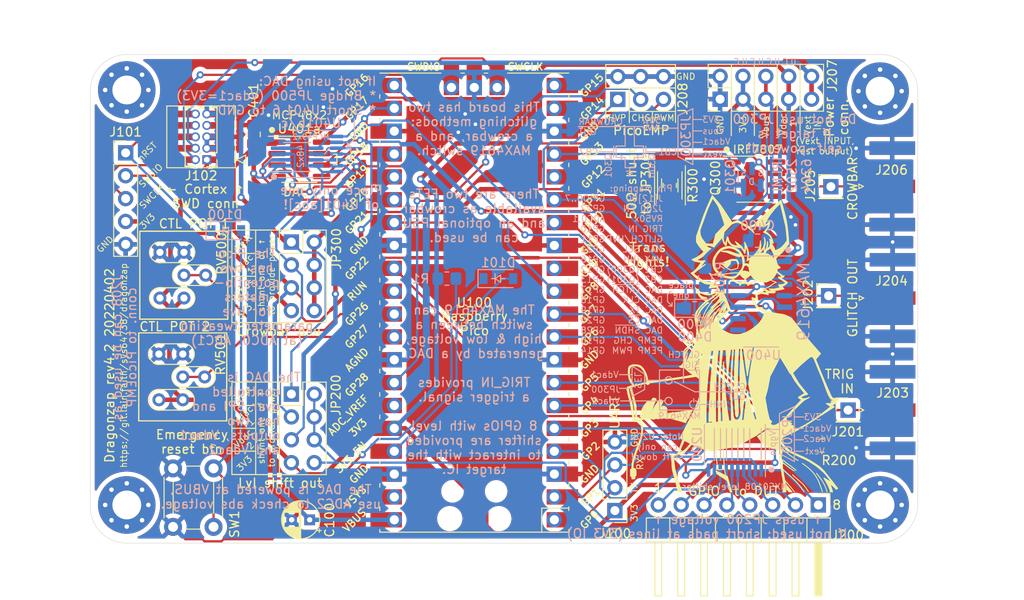
<source format=kicad_pcb>
(kicad_pcb (version 20211014) (generator pcbnew)

  (general
    (thickness 1.6)
  )

  (paper "A4")
  (title_block
    (rev "4")
  )

  (layers
    (0 "F.Cu" signal)
    (31 "B.Cu" signal)
    (32 "B.Adhes" user "B.Adhesive")
    (33 "F.Adhes" user "F.Adhesive")
    (34 "B.Paste" user)
    (35 "F.Paste" user)
    (36 "B.SilkS" user "B.Silkscreen")
    (37 "F.SilkS" user "F.Silkscreen")
    (38 "B.Mask" user)
    (39 "F.Mask" user)
    (40 "Dwgs.User" user "User.Drawings")
    (41 "Cmts.User" user "User.Comments")
    (42 "Eco1.User" user "User.Eco1")
    (43 "Eco2.User" user "User.Eco2")
    (44 "Edge.Cuts" user)
    (45 "Margin" user)
    (46 "B.CrtYd" user "B.Courtyard")
    (47 "F.CrtYd" user "F.Courtyard")
    (48 "B.Fab" user)
    (49 "F.Fab" user)
  )

  (setup
    (stackup
      (layer "F.SilkS" (type "Top Silk Screen"))
      (layer "F.Paste" (type "Top Solder Paste"))
      (layer "F.Mask" (type "Top Solder Mask") (thickness 0.01))
      (layer "F.Cu" (type "copper") (thickness 0.035))
      (layer "dielectric 1" (type "core") (thickness 1.51) (material "FR4") (epsilon_r 4.5) (loss_tangent 0.02))
      (layer "B.Cu" (type "copper") (thickness 0.035))
      (layer "B.Mask" (type "Bottom Solder Mask") (thickness 0.01))
      (layer "B.Paste" (type "Bottom Solder Paste"))
      (layer "B.SilkS" (type "Bottom Silk Screen"))
      (copper_finish "None")
      (dielectric_constraints no)
    )
    (pad_to_mask_clearance 0)
    (pcbplotparams
      (layerselection 0x00010fc_ffffffff)
      (disableapertmacros false)
      (usegerberextensions false)
      (usegerberattributes true)
      (usegerberadvancedattributes true)
      (creategerberjobfile true)
      (svguseinch false)
      (svgprecision 6)
      (excludeedgelayer true)
      (plotframeref false)
      (viasonmask false)
      (mode 1)
      (useauxorigin false)
      (hpglpennumber 1)
      (hpglpenspeed 20)
      (hpglpendiameter 15.000000)
      (dxfpolygonmode true)
      (dxfimperialunits true)
      (dxfusepcbnewfont true)
      (psnegative false)
      (psa4output false)
      (plotreference true)
      (plotvalue true)
      (plotinvisibletext false)
      (sketchpadsonfab false)
      (subtractmaskfromsilk false)
      (outputformat 1)
      (mirror false)
      (drillshape 0)
      (scaleselection 1)
      (outputdirectory "gerbers-rev4/")
    )
  )

  (net 0 "")
  (net 1 "GND")
  (net 2 "+3V3")
  (net 3 "+3.3VADC")
  (net 4 "Net-(D100-Pad1)")
  (net 5 "GPIO0")
  (net 6 "GPIO1")
  (net 7 "/controller/SWDIO")
  (net 8 "/controller/SWCLK")
  (net 9 "unconnected-(J102-Pad8)")
  (net 10 "unconnected-(J102-Pad7)")
  (net 11 "unconnected-(J102-Pad6)")
  (net 12 "Net-(J200-Pad1)")
  (net 13 "Net-(J200-Pad2)")
  (net 14 "TRIG_IN")
  (net 15 "GLITCH_OUT")
  (net 16 "Net-(J200-Pad3)")
  (net 17 "ADC0")
  (net 18 "ADC1")
  (net 19 "Net-(J200-Pad4)")
  (net 20 "Net-(J200-Pad5)")
  (net 21 "Net-(J200-Pad6)")
  (net 22 "VCC_EXT")
  (net 23 "DAC_HI")
  (net 24 "CB1_G")
  (net 25 "CB2_G")
  (net 26 "GPIO_EN")
  (net 27 "DAC_~{SHDN}")
  (net 28 "MAX_EN")
  (net 29 "GPIO2")
  (net 30 "GPIO3")
  (net 31 "GPIO4")
  (net 32 "GPIO5")
  (net 33 "GPIO6")
  (net 34 "GLITCH_SIG")
  (net 35 "GPIO7")
  (net 36 "unconnected-(U100-Pad12)")
  (net 37 "DAC_~{LD}")
  (net 38 "unconnected-(U100-Pad30)")
  (net 39 "DAC_CLK")
  (net 40 "DAC_TX")
  (net 41 "~{EMERG_SHDN}")
  (net 42 "unconnected-(U100-Pad39)")
  (net 43 "Net-(J200-Pad7)")
  (net 44 "DAC_LO")
  (net 45 "CROWBAR")
  (net 46 "/gpio/TAR_VCCIO")
  (net 47 "Net-(J200-Pad8)")
  (net 48 "DAC_~{CS}")
  (net 49 "PICOEMP_PWM")
  (net 50 "PICOEMP_CHG")
  (net 51 "VBUS")
  (net 52 "CB_VCC")
  (net 53 "Net-(D101-Pad2)")
  (net 54 "/vccout/INHIBIT")
  (net 55 "MAX_SW_A")
  (net 56 "/vccout/hi_sel")
  (net 57 "unconnected-(U401c1-Pad6)")
  (net 58 "unconnected-(U401c1-Pad7)")
  (net 59 "unconnected-(U401c1-Pad2)")
  (net 60 "unconnected-(U100-Pad20)")

  (footprint "Resistor_SMD:R_0805_2012Metric_Pad1.20x1.40mm_HandSolder" (layer "F.Cu") (at 135.128 87.179 90))

  (footprint "Connector_Coaxial:SMA_Amphenol_132289_EdgeMount" (layer "F.Cu") (at 159.845 87.287))

  (footprint "MountingHole:MountingHole_3.2mm_M3_Pad_Via" (layer "F.Cu") (at 158.496 122.682))

  (footprint "Connector_PinHeader_2.54mm:PinHeader_2x04_P2.54mm_Vertical" (layer "F.Cu") (at 93.091 93.472))

  (footprint "Connector_PinHeader_2.54mm:PinHeader_2x05_P2.54mm_Vertical" (layer "F.Cu") (at 140.721 77.602 90))

  (footprint "Connector_PinHeader_2.54mm:PinHeader_1x01_P2.54mm_Vertical" (layer "F.Cu") (at 152.776 99.441))

  (footprint "Resistor_SMD:R_2010_5025Metric_Pad1.40x2.65mm_HandSolder" (layer "F.Cu") (at 135.128 87.179 90))

  (footprint "chip-bo:Potentiometer_Bourns_3386U_Vertical" (layer "F.Cu") (at 81.026 110.998))

  (footprint "Connector_PinHeader_2.54mm:PinHeader_1x08_P2.54mm_Horizontal" (layer "F.Cu") (at 151.638 122.682 -90))

  (footprint "Connector_PinHeader_2.54mm:PinHeader_2x04_P2.54mm_Vertical" (layer "F.Cu") (at 93.091 110.363))

  (footprint "Potentiometer_THT:Potentiometer_Bourns_3386F_Vertical" (layer "F.Cu") (at 78.486 99.695))

  (footprint "Connector_PinHeader_2.54mm:PinHeader_1x01_P2.54mm_Vertical" (layer "F.Cu") (at 153.03 87.317))

  (footprint "Resistor_SMD:R_0805_2012Metric_Pad1.20x1.40mm_HandSolder" (layer "F.Cu") (at 152.035 116.078 180))

  (footprint "MCU_RaspberryPi_and_Boards:RPi_Pico_SMD_TH" (layer "F.Cu") (at 113.411 100.203 180))

  (footprint "Connector_PinHeader_1.27mm:PinHeader_2x05_P1.27mm_Vertical" (layer "F.Cu") (at 83.694 84.326 180))

  (footprint "lethalbit-connectors:FTSH-105-01-L-DV-K-TR" (layer "F.Cu") (at 83.059 81.786 90))

  (footprint "Potentiometer_THT:Potentiometer_Bourns_3386F_Vertical" (layer "F.Cu") (at 78.371 110.998))

  (footprint "Resistor_SMD:R_2512_6332Metric_Pad1.40x3.35mm_HandSolder" (layer "F.Cu") (at 135.15 87.179 90))

  (footprint "chip-bo:Potentiometer_Bourns_3386U_Vertical" (layer "F.Cu") (at 81.153 99.695))

  (footprint "Capacitor_SMD:C_0805_2012Metric_Pad1.18x1.45mm_HandSolder" (layer "F.Cu") (at 88.9 81.5125 -90))

  (footprint "Capacitor_THT:CP_Radial_D4.0mm_P2.00mm" (layer "F.Cu") (at 95.123 124.333 180))

  (footprint "Resistor_SMD:R_1206_3216Metric_Pad1.30x1.75mm_HandSolder" (layer "F.Cu") (at 135.128 87.179 90))

  (footprint "MountingHole:MountingHole_3.2mm_M3_Pad_Via" (layer "F.Cu") (at 158.496 76.708))

  (footprint "Connector_PinHeader_2.54mm:PinHeader_1x01_P2.54mm_Vertical" (layer "F.Cu") (at 154.94 112.141))

  (footprint "graphics:xenia" (layer "F.Cu")
    (tedit 61C154B6) (tstamp baf18278-d51c-443e-9972-c8c9ba5d7493)
    (at 143.4789 104.902)
    (attr through_hole)
    (fp_text reference "XENIA" (at 0 0.5) (layer "F.SilkS") hide
      (effects (font (size 1 1) (thickness 0.15)))
      (tstamp 2ab096f1-5e2e-4948-88f7-ee80da352ce9)
    )
    (fp_text value "xenia" (at 0 -0.5) (layer "F.Fab")
      (effects (font (size 1 1) (thickness 0.15)))
      (tstamp fc47ad18-c916-4f04-8460-6a5fb9138c7e)
    )
    (fp_line (start -0.087449 -8.809657) (end 0.146027 -8.894909) (layer "F.SilkS") (width 0.1) (tstamp 00486478-893b-425b-a5bc-a7e44ca55943))
    (fp_line (start 2.120427 -10.202538) (end 2.241183 -10.185531) (layer "F.SilkS") (width 0.1) (tstamp 0234d303-1347-4357-9ac8-112e8e6ab5f3))
    (fp_line (start 4.330047 -6.234346) (end 4.089216 -6.498479) (layer "F.SilkS") (width 0.1) (tstamp 02d5be24-1036-4d78-b8b7-1b443d15e7c8))
    (fp_line (start 3.24756 9.045381) (end 3.4801 8.89316) (layer "F.SilkS") (width 0.1) (tstamp 0453b7e4-e0e7-4cb5-8648-bec6a813bdeb))
    (fp_line (start 0.260403 -6.891084) (end -0.332851 -6.886832) (layer "F.SilkS") (width 0.1) (tstamp 069f3316-bcd2-4604-a333-7165193738be))
    (fp_line (start -3.758068 -6.759273) (end -3.963863 -6.339774) (layer "F.SilkS") (width 0.1) (tstamp 087708f1-e1e9-4263-81e5-92e875871b86))
    (fp_line (start -9.297786 4.012324) (end -10.724534 4.222797) (layer "F.SilkS") (width 0.1) (tstamp 088a5abf-5280-4acd-9be5-182deee4161f))
    (fp_line (start 0.359176 -6.835298) (end 0.320909 -6.836064) (layer "F.SilkS") (width 0.1) (tstamp 09ddd339-86e0-4167-9e67-6513769a8304))
    (fp_line (start -11.079063 8.253324) (end -11.346087 8.129166) (layer "F.SilkS") (width 0.1) (tstamp 0a1dbe60-6997-4f4e-b4aa-4ec0085281f7))
    (fp_line (start 0.636957 -7.835127) (end 0.567013 -8.025403) (layer "F.SilkS") (width 0.1) (tstamp 0a9d52bd-4852-44a8-82f7-f0b2e974bf90))
    (fp_line (start 0.978307 -7.395325) (end 1.596288 -7.079446) (layer "F.SilkS") (width 0.1) (tstamp 0b28e9dc-79a6-45c1-9c4d-325ada2cc88d))
    (fp_line (start -0.023841 -7.012478) (end 0.260403 -6.891084) (layer "F.SilkS") (width 0.1) (tstamp 0b379b3e-c12a-4629-a430-1567b828b4a9))
    (fp_line (start -4.650002 0.989642) (end -3.764935 0.613726) (layer "F.SilkS") (width 0.1) (tstamp 0f956713-c3d9-4b4c-8b52-a74d6d57ce5b))
    (fp_line (start -0.40371 -6.811827) (end 0.321759 -6.836064) (layer "F.SilkS") (width 0.1) (tstamp 10fd1d94-746f-466c-84a0-aa85c04b7684))
    (fp_line (start 3.479802 11.455544) (end 3.948093 11.551703) (layer "F.SilkS") (width 0.1) (tstamp 1164e296-14e5-4a5e-b2f3-44f1d36e7550))
    (fp_line (start 2.98583 -11.581707) (end 2.741129 -11.748809) (layer "F.SilkS") (width 0.1) (tstamp 12ec9af5-fae0-487c-9f32-ec0f72c4cf1f))
    (fp_line (start -4.381109 -11.064391) (end -4.310739 -11.182596) (layer "F.SilkS") (width 0.1) (tstamp 13666fea-91c0-4fec-bb70-a04cdbcf337e))
    (fp_line (start -0.404795 0.395004) (end -0.462196 0.395218) (layer "F.SilkS") (width 0.1) (tstamp 1399d9fd-892e-4c6d-94d4-e65f4b8d90fb))
    (fp_line (start -1.858607 -3.896465) (end -3.018353 -2.837788) (layer "F.SilkS") (width 0.1) (tstamp 14127424-0f91-4793-8a8a-36511132b3fd))
    (fp_line (start -3.250381 11.652943) (end -2.433578 11.510927) (layer "F.SilkS") (width 0.1) (tstamp 1485f998-b07f-4385-8f35-cac19f2827b9))
    (fp_line (start -8.886174 7.308196) (end -8.901056 7.197645) (layer "F.SilkS") (width 0.1) (tstamp 156d07b6-f60e-459b-b98a-29b8c699efdc))
    (fp_line (start -12.551074 13.779714) (end -12.706696 13.860076) (layer "F.SilkS") (width 0.1) (tstamp 16a71bba-04ef-4283-a06b-f6e9ba8ea3c4))
    (fp_line (start -5.127987 3.687899) (end -5.047837 3.724891) (layer "F.SilkS") (width 0.1) (tstamp 16ec19e3-7b49-453e-80e4-246815f99f56))
    (fp_line (start 0.998035 -5.007568) (end 1.417534 -4.961009) (layer "F.SilkS") (width 0.1) (tstamp 18457aad-4f9d-4c40-a5cc-fb25084ce7be))
    (fp_line (start -5.027428 3.476363) (end -5.115231 3.542269) (layer "F.SilkS") (width 0.1) (tstamp 185cec19-d583-42a6-bbf6-9e4403a7b0ce))
    (fp_line (start -6.740291 2.002993) (end -6.697559 1.323252) (layer "F.SilkS") (width 0.1) (tstamp 19b8a416-d457-47c0-a7b0-da25cad6c5a1))
    (fp_line (start -0.007897 -7.388394) (end -0.050628 -7.071368) (layer "F.SilkS") (width 0.1) (tstamp 1c4a967a-d9ff-4163-bb2a-95ccc3501bb3))
    (fp_line (start -0.670522 -6.851881) (end -0.53786 -6.616024) (layer "F.SilkS") (width 0.1) (tstamp 1c5c7e2f-94b3-4b5e-b4ad-c0a6563fc67e))
    (fp_line (start -10.908538 4.337111) (end -10.835617 4.409819) (layer "F.SilkS") (width 0.1) (tstamp 1e0ba953-460b-4ddb-ba5b-e01c556e61f7))
    (fp_line (start 4.90149 16.307955) (end 5.210438 16.322837) (layer "F.SilkS") (width 0.1) (tstamp 1f5d8d4c-52db-4d4d-99bb-fd209dbbc195))
    (fp_line (start -1.262672 0.453299) (end -1.363656 0.468181) (layer "F.SilkS") (width 0.1) (tstamp 1f69b1f6-9fed-42d7-9e08-09f288c476bc))
    (fp_line (start 2.998458 8.928026) (end 2.798403 8.735837) (layer "F.SilkS") (width 0.1) (tstamp 1fb3f6bd-66d7-4a74-a144-ae01112ff895))
    (fp_line (start -2.982169 0.583537) (end -2.699243 0.577159) (layer "F.SilkS") (width 0.1) (tstamp 20a0f469-5ae6-4e36-8ff6-79100ece3f30))
    (fp_line (start 0.566716 -8.025531) (end 0.636661 -7.835255) (layer "F.SilkS") (width 0.1) (tstamp 21a2e357-9ad7-4e55-9783-020864723576))
    (fp_line (start -2.922258 -2.660056) (end -1.647369 -3.924825) (layer "F.SilkS") (width 0.1) (tstamp 23781219-648c-45af-8566-464b78a6f9ff))
    (fp_line (start -0.590372 -6.842654) (end -0.464088 -6.840528) (layer "F.SilkS") (width 0.1) (tstamp 23b5355a-334f-4bc1-a3a3-bcd5e8aabe03))
    (fp_line (start -0.271007 -9.616787) (end -0.136007 -9.641874) (layer "F.SilkS") (width 0.1) (tstamp 23f55bc5-218f-4c81-bcc4-297aa64fa0b2))
    (fp_line (start 7.736937 1.655947) (end 7.847488 1.605774) (layer "F.SilkS") (width 0.1) (tstamp 252382df-08a7-4b0b-8609-1072db1e998e))
    (fp_line (start -1.871555 -11.918931) (end -1.940225 -12.001419) (layer "F.SilkS") (width 0.1) (tstamp 2566906f-dee1-4d49-aa89-42683ad37200))
    (fp_line (start -2.231462 -13.327246) (end -3.235395 -12.265232) (layer "F.SilkS") (width 0.1) (tstamp 25b94296-ce9e-441c-ba5a-3999d9179a7f))
    (fp_line (start 4.695249 -11.592294) (end 4.867028 -11.229431) (layer "F.SilkS") (width 0.1) (tstamp 2609c5fc-6f5a-49bd-a40b-c12eaada5a92))
    (fp_line (start 4.588609 8.485737) (end 4.879742 8.498492) (layer "F.SilkS") (width 0.1) (tstamp 275e3c89-0d83-4a85-9571-5807c3e775e6))
    (fp_line (start 1.219052 9.973394) (end 1.334493 9.873048) (layer "F.SilkS") (width 0.1) (tstamp 276b13d7-0a57-419c-8da2-e837b16f8ff4))
    (fp_line (start 0.832973 -5.261113) (end 0.774721 -5.194995) (layer "F.SilkS") (width 0.1) (tstamp 27f73be5-5b6d-4dcd-9c2b-08178b3c0f10))
    (fp_line (start 3.878467 -6.660457) (end 3.824042 -6.69915) (layer "F.SilkS") (width 0.1) (tstamp 284e6dc9-3ac5-4cda-bd41-857fb98d4679))
    (fp_line (start -4.421864 -8.927692) (end -5.015118 -8.576139) (layer "F.SilkS") (width 0.1) (tstamp 28797dd3-5c25-40ea-9029-91b4bdf67bc8))
    (fp_line (start -6.053407 10.967866) (end -5.922871 11.018039) (layer "F.SilkS") (width 0.1) (tstamp 28d5ed17-1bf9-4c62-b49a-5fe63f5fcad7))
    (fp_line (start -3.125587 -6.648084) (end -3.692013 -6.537745) (layer "F.SilkS") (width 0.1) (tstamp 292a37f1-a8d7-4049-8d9e-d154cb6269d5))
    (fp_line (start -3.963863 -6.339774) (end -3.148187 -6.432892) (layer "F.SilkS") (width 0.1) (tstamp 29d26dd1-1c9b-4097-8348-63ab0c86a559))
    (fp_line (start -0.136007 -9.641597) (end -0.271007 -9.616511) (layer "F.SilkS") (width 0.1) (tstamp 2b1d77fe-f78d-4ff8-b505-0f28f2dbc7c6))
    (fp_line (start -2.567432 -10.399893) (end -2.567432 -10.400064) (layer "F.SilkS") (width 0.1) (tstamp 2d8c2e79-0ca6-4cac-bd97-7ed59984e6ca))
    (fp_line (start -3.612693 8.448277) (end -3.623323 8.650245) (layer "F.SilkS") (width 0.1) (tstamp 2db2a178-64e5-43fc-91c6-f6bb623ee10e))
    (fp_line (start 0.831253 0.253265) (end 1.081438 0.212021) (layer "F.SilkS") (width 0.1) (tstamp 2e9befe8-1ba6-44c4-8c0c-2f6b67d813e8))
    (fp_line (start -2.265074 13.818492) (end -2.151546 14.500359) (layer "F.SilkS") (width 0.1) (tstamp 2f15d41d-727f-4089-af4d-eed812228f8d))
    (fp_line (start -3.465554 0.613726) (end -2.982169 0.583537) (layer "F.SilkS") (width 0.1) (tstamp 2f4fca68-ad3d-42af-a65a-2dfd84c64f23))
    (fp_line (start 3.824042 -6.69915) (end 3.76579 -6.598166) (layer "F.SilkS") (width 0.1) (tstamp 2f8fab55-05ca-4686-80f5-c3c168b9b405))
    (fp_line (start 3.802463 11.057008) (end 4.193772 10.248454) (layer "F.SilkS") (width 0.1) (tstamp 2fa1b765-b805-47fc-bf33-7549704c7989))
    (fp_line (start 4.525042 15.474081) (end 4.581806 15.914436) (layer "F.SilkS") (width 0.1) (tstamp 318e2232-f227-48be-bc7e-28bc039cbe1a))
    (fp_line (start 0.320909 -6.836064) (end 0.323034 -6.596465) (layer "F.SilkS") (width 0.1) (tstamp 31dcfa14-92b3-40c0-9b7e-3e11dc0058e1))
    (fp_line (start -1.479203 -7.201053) (end -1.470699 -7.127281) (layer "F.SilkS") (width 0.1) (tstamp 321f985d-c802-49a4-b839-d957d45e8880))
    (fp_line (start -2.768188 -9.031568) (end -2.728921 -9.000571) (layer "F.SilkS") (width 0.1) (tstamp 328d1402-4958-47d2-b0f1-71018e3fb92d))
    (fp_line (start -0.523191 -6.729339) (end -0.516813 -6.620064) (layer "F.SilkS") (width 0.1) (tstamp 32e61bfc-d546-4722-ac49-cbb99c79a789))
    (fp_line (start -4.310717 -11.182319) (end -4.381087 -11.064115) (layer "F.SilkS") (width 0.1) (tstamp 3333a437-094a-4126-981c-1a90640c11d7))
    (fp_line (start -0.53786 -6.616024) (end -0.522978 -6.728701) (layer "F.SilkS") (width 0.1) (tstamp 33ea8dc4-877d-4756-9eec-56ecc269d0d6))
    (fp_line (start -2.42565 8.523069) (end -2.710361 8.529447) (layer "F.SilkS") (width 0.1) (tstamp 351d5969-2e3a-436e-a584-701985869a16))
    (fp_line (start -3.548467 -11.102808) (end -3.680278 -11.20443) (layer "F.SilkS") (width 0.1) (tstamp 36bf2b67-6c66-4f57-9dcc-180452d3e2dc))
    (fp_line (start -10.667452 4.294378) (end -10.705294 4.290126) (layer "F.SilkS") (width 0.1) (tstamp 38dc9787-3773-4a65-9eac-77f34d6df8dc))
    (fp_line (start -12.671829 14.588332) (end -12.551286 14.590458) (layer "F.SilkS") (width 0.1) (tstamp 3949f8f3-4972-460a-90a0-6906b5d7ca76))
    (fp_line (start 3.981279 10.706561) (end 3.921327 10.860227) (layer "F.SilkS") (width 0.1) (tstamp 3b861d3c-b38d-4322-b67b-d95ab0619cc6))
    (fp_line (start 9.914625 6.87845) (end 9.630849 6.725166) (layer "F.SilkS") (width 0.1) (tstamp 3bf5a303-d45e-4366-b8e2-9eef9aa4ea37))
    (fp_line (start -1.955062 14.629087) (end -1.482966 16.326622) (layer "F.SilkS") (width 0.1) (tstamp 3d234cf4-d2a0-4b1e-b0ed-33b40ca1bbce))
    (fp_line (start -2.482371 0.53921) (end -2.699349 0.578328) (layer "F.SilkS") (width 0.1) (tstamp 3d6a7394-0229-439d-98ea-24fb7b7d0870))
    (fp_line (start -5.819251 -0.058596) (end -5.782259 -0.164257) (layer "F.SilkS") (width 0.1) (tstamp 3ecd5e71-045c-45dd-959d-3e97c8e33089))
    (fp_line (start -3.785279 -2.270788) (end -4.94377 -1.700982) (layer "F.SilkS") (width 0.1) (tstamp 3f60471a-e684-4c40-916a-dc05757982ce))
    (fp_line (start 3.76579 -6.598166) (end 3.956065 -6.349596) (layer "F.SilkS") (width 0.1) (tstamp 3f775266-cc7f-49e6-b89d-e69ba5f3895e))
    (fp_line (start 3.761942 -7.448985) (end 4.562098 -6.916851) (layer "F.SilkS") (width 0.1) (tstamp 401fc27b-55c2-4d17-b7a9-17271cdee251))
    (fp_line (start -3.619092 -4.014223) (end -4.053048 -3.440186) (layer "F.SilkS") (width 0.1) (tstamp 41e173df-b769-4562-86b0-af2aff66057d))
    (fp_line (start 0.321759 -6.836064) (end 0.360027 -6.835298) (layer "F.SilkS") (width 0.1) (tstamp 43797be8-9d42-485f-bc6b-0544d45927b2))
    (fp_line (start 10.256122 6.014427) (end 10.165768 5.934065) (layer "F.SilkS") (width 0.1) (tstamp 4459b91b-d937-4427-a170-e7027c4df452))
    (fp_line (start -1.482966 16.326622) (end -1.613502 16.326622) (layer "F.SilkS") (width 0.1) (tstamp 46605a33-9342-4627-adea-08a0c3dd1775))
    (fp_line (start -2.364145 -5.272232) (end -2.325452 -5.192508) (layer "F.SilkS") (width 0.1) (tstamp 47476406-4d27-4820-aefe-eb91485cd792))
    (fp_line (start -1.200487 -7.170056) (end -1.200487 -7.170056) (layer "F.SilkS") (width 0.1) (tstamp 47bd3e42-5e60-4145-b4ff-ba2ead23635e))
    (fp_line (start -10.724534 4.222797) (end -10.772326 4.101105) (layer "F.SilkS") (width 0.1) (tstamp 487c4890-ae05-4d1e-8757-f717bdd9f770))
    (fp_line (start -1.29977 -7.131533) (end -0.950173 -6.910133) (layer "F.SilkS") (width 0.1) (tstamp 48f5ac3f-19ad-4208-9449-373c6d6bed43))
    (fp_line (start -0.419655 -9.922015) (end -0.584419 -9.95518) (layer "F.SilkS") (width 0.1) (tstamp 499f0043-d011-4c69-b76f-552cc2e709c0))
    (fp_line (start -10.859577 4.243461) (end -10.870207 4.151406) (layer "F.SilkS") (width 0.1) (tstamp 4b724a58-7782-4fb0-85bb-73cee8bfacec))
    (fp_line (start -3.623323 8.650245) (end -4.324302 8.722316) (layer "F.SilkS") (width 0.1) (tstamp 4c7ee18f-1e28-4990-b358-0d20ba5f3a19))
    (fp_line (start 2.278047 -6.178114) (end 2.254661 -6.053744) (layer "F.SilkS") (width 0.1) (tstamp 4cd7b6b4-85c9-4884-8f10-e79b6ed8c90b))
    (fp_line (start -10.857408 4.242058) (end -10.859577 4.243461) (layer "F.SilkS") (width 0.1) (tstamp 4cf1650d-f012-4b15-ad31-a94564f120f8))
    (fp_line (start 0.636661 -7.835255) (end 0.978307 -7.395325) (layer "F.SilkS") (width 0.1) (tstamp 4d1172a0-a1e6-4e5d-b676-3dfbdc70f814))
    (fp_line (start 4.368889 -7.671512) (end 4.228999 -7.648126) (layer "F.SilkS") (width 0.1) (tstamp 4ea04a5a-7a78-43fb-87d5-86eb2afcea5f))
    (fp_line (start 10.027621 6.192797) (end 10.256122 6.014427) (layer "F.SilkS") (width 0.1) (tstamp 51b18456-8852-4cce-ad37-628dd1c4103a))
    (fp_line (start 0.975627 -7.108827) (end 0.990509 -7.046749) (layer "F.SilkS") (width 0.1) (tstamp 52064152-4b25-4796-8ab1-2e49f3df562c))
    (fp_line (start 5.077543 8.647949) (end 4.922346 8.701524) (layer "F.SilkS") (width 0.1) (tstamp 53bc95a0-a6b5-4bd3-8806-205d384c6e1c))
    (fp_line (start -2.943709 -5.906668) (end -2.916242 -5.843484) (layer "F.SilkS") (width 0.1) (tstamp 54c05bf1-249d-4ed0-aee6-f8cef4715275))
    (fp_line (start 4.587334 8.28802) (end 4.484224 8.388366) (layer "F.SilkS") (width 0.1) (tstamp 54d05816-bdfa-450b-939f-fffbc2d3c01c))
    (fp_line (start -3.764935 0.613726) (end -3.465554 0.613726) (layer "F.SilkS") (width 0.1) (tstamp 56614d25-92fe-4928-ba13-f50ff5bf48ed))
    (fp_line (start 5.210438 16.322837) (end 4.525042 15.474081) (layer "F.SilkS") (width 0.1) (tstamp 57d20178-cd72-4cdf-a6b0-742aea76d37b))
    (fp_line (start -0.446932 -6.922464) (end -0.749927 -6.933093) (layer "F.SilkS") (width 0.1) (tstamp 58166378-73e4-4c77-abf1-b61da426c963))
    (fp_line (start -7.002722 16.306531) (end -7.404278 16.31157) (layer "F.SilkS") (width 0.1) (tstamp 5964804a-9ffe-4905-9f1b-c960fc5465a3))
    (fp_line (start -8.901056 7.197645) (end -8.941025 7.197645) (layer "F.SilkS") (width 0.1) (tstamp 59f58cc4-3f08-4913-804c-7831fc56d6da))
    (fp_line (start 1.092131 -7.182599) (end 0.975627 -7.108827) (layer "F.SilkS") (width 0.1) (tstamp 5ac91684-976e-43dc-b66d-88fa3cf7602b))
    (fp_line (start 7.847488 1.605774) (end 8.38802 0.97155) (layer "F.SilkS") (width 0.1) (tstamp 5c52001a-44b6-4827-8867-9a065693af27))
    (fp_line (start 5.416744 9.020209) (end 5.234122 9.134162) (layer "F.SilkS") (width 0.1) (tstamp 5c5e0318-a0e1-4f94-8225-4bad5445ea6d))
    (fp_line (start 9.500845 16.316587) (end 9.731897 16.316587) (layer "F.SilkS") (width 0.1) (tstamp 5cdfe313-8605-4373-9a45-7b9f1b58e8c5))
    (fp_line (start -12.612153 4.669636) (end -12.765862 4.730652) (layer "F.SilkS") (width 0.1) (tstamp 5d6e084a-605f-4d05-bcd6-23a747bd3e0e))
    (fp_line (start -5.125052 3.690641) (end -5.114422 3.531405) (layer "F.SilkS") (width 0.1) (tstamp 5e0252fd-2729-4e36-b2cc-c7766dba6189))
    (fp_line (start -12.765862 4.730652) (end -12.281945 6.716322) (layer "F.SilkS") (width 0.1) (tstamp 5e807c14-eb72-4699-ac5c-0e22b3b90689))
    (fp_line (start -3.415423 -5.326615) (end -3.508541 -5.332993) (layer "F.SilkS") (width 0.1) (tstamp 5ef3d067-71f0-41ac-ba39-98068649edc9))
    (fp_line (start -3.680278 -11.20443) (end -4.310717 -11.182319) (layer "F.SilkS") (width 0.1) (tstamp 600a3b4b-ae4b-4461-b5a0-b102a630e6e4))
    (fp_line (start -0.516813 -6.620064) (end -0.40371 -6.811827) (layer "F.SilkS") (width 0.1) (tstamp 606c3e55-7d61-412d-adac-41bf5f1f1a73))
    (fp_line (start -3.763999 0.614406) (end -4.65096 0.989557) (layer "F.SilkS") (width 0.1) (tstamp 61bd4437-060d-40c1-add9-cb29405c70c7))
    (fp_line (start -12.324316 14.531951) (end -12.328568 14.687573) (layer "F.SilkS") (width 0.1) (tstamp 61d9b81b-8499-4933-91ed-7a8972810007))
    (fp_line (start -6.730724 2.520138) (end -6.790889 2.401721) (layer "F.SilkS") (width 0.1) (tstamp 62b6ceae-4979-4c7f-9abb-9d942b9ab846))
    (fp_line (start -0.023819 -7.012265) (end -0.050733 -7.071495) (layer "F.SilkS") (width 0.1) (tstamp 633ad3b8-63c2-4a66-ba43-ec1b2327d590))
    (fp_line (start 2.575111 -5.582519) (end 2.566607 -5.800008) (layer "F.SilkS") (width 0.1) (tstamp 6349601a-3c16-49a3-9c53-44ba3301fa17))
    (fp_line (start -12.123177 8.513863) (end -11.715753 8.379501) (layer "F.SilkS") (width 0.1) (tstamp 634c972d-457b-4606-97bd-158cc6774626))
    (fp_line (start -1.200487 -7.170056) (end -1.189857 -7.253607) (layer "F.SilkS") (width 0.1) (tstamp 644c1aa7-bb47-43ff-9985-f1193c633b37))
    (fp_line (start -0.097144 8.381542) (end -0.383216 8.400676) (layer "F.SilkS") (width 0.1) (tstamp 64d7714a-7974-44e3-aea4-f93dec72bbab))
    (fp_line (start -2.982275 0.584047) (end -3.46566 0.614236) (layer "F.SilkS") (width 0.1) (tstamp 65672bfe-b9ee-41a0-973c-1f20f79e074b))
    (fp_line (start -0.522978 -6.728701) (end -0.590372 -6.842654) (layer "F.SilkS") (width 0.1) (tstamp 66ae6362-5d73-429e-895c-b93ac4034e8b))
    (fp_line (start -2.922257 -2.659503) (end -3.018352 -2.837236) (layer "F.SilkS") (width 0.1) (tstamp 67696688-aeb4-4c05-bfdd-17ff57e0fa8a))
    (fp_line (start 4.463814 8.29865) (end 4.587334 8.28802) (layer "F.SilkS") (width 0.1) (tstamp 6adb7440-4967-4c53-ab45-3e8efe9276db))
    (fp_line (start -0.552019 -7.920528) (end -0.353877 -8.180791) (layer "F.SilkS") (width 0.1) (tstamp 6b210527-4628-4b35-bcc0-57c051da3023))
    (fp_line (start 1.550897 -10.19699) (end 1.669101 -10.238234) (layer "F.SilkS") (width 0.1) (tstamp 6f6d94a2-ff06-468f-93cb-7d1121493be0))
    (fp_line (start 5.099335 3.181341) (end 5.269838 3.103317) (layer "F.SilkS") (width 0.1) (tstamp 6faf2824-be38-492e-a01b-4c105834407a))
    (fp_line (start -4.244621 -5.197036) (end -4.324345 -5.268894) (layer "F.SilkS") (width 0.1) (tstamp 6fe73f15-5d69-4a4e-893e-03eb09e9b7d7))
    (fp_line (start 1.655283 -10.326037) (end 1.550897 -10.19699) (layer "F.SilkS") (width 0.1) (tstamp 71407632-595c-426e-b6ae-4fb2a403e147))
    (fp_line (start 1.551599 -10.196373) (end 1.654071 -10.325909) (layer "F.SilkS") (width 0.1) (tstamp 71e17ce2-3f5c-4367-9839-08c5c57f36de))
    (fp_line (start -10.85964 4.243567) (end -10.851137 4.309473) (layer "F.SilkS") (width 0.1) (tstamp 7222796c-3f24-42f8-95ec-33d97cdbe82f))
    (fp_line (start -10.870207 4.151406) (end -12.356801 4.505467) (layer "F.SilkS") (width 0.1) (tstamp 7332bdd2-7696-49e9-b942-e09fe05346ae))
    (fp_line (start -12.555538 14.874192) (end -12.244166 14.849105) (layer "F.SilkS") (width 0.1) (tstamp 73bf2484-d5f9-4ce1-ab83-d710b7907529))
    (fp_line (start -0.050628 -7.071368) (end -0.023841 -7.012478) (layer "F.SilkS") (width 0.1) (tstamp 75ebcaaf-8f91-4bce-95da-35daf284b36b))
    (fp_line (start -2.023604 -4.398792) (end -2.056557 -4.497672) (layer "F.SilkS") (width 0.1) (tstamp 76bcc96a-79c2-4aa1-a653-745cf373720e))
    (fp_line (start 0.360027 -6.835298) (end 0.467176 -6.79129) (layer "F.SilkS") (width 0.1) (tstamp 7879fd6d-8523-40e9-ac87-65ed2628002c))
    (fp_line (start 3.26967 -5.791504) (end 3.374481 -5.900354) (layer "F.SilkS") (width 0.1) (tstamp 78c24dc1-6743-421c-b77c-2fe33b473e4c))
    (fp_line (start -1.470699 -7.127281) (end -1.29977 -7.131533) (layer "F.SilkS") (width 0.1) (tstamp 7923463f-888c-4fc0-b98f-03078496b1b6))
    (fp_line (start 1.596288 -7.079446) (end 2.337853 -6.991643) (layer "F.SilkS") (width 0.1) (tstamp 7a78aae9-59d5-44fd-a5a4-d12a5851aac3))
    (fp_line (start -6.744393 10.596839) (end -5.920744 11.018719) (layer "F.SilkS") (width 0.1) (tstamp 7af554a0-1aea-4bf6-b62d-f529a38d9de6))
    (fp_line (start 3.74706 -7.542316) (end 3.761942 -7.448985) (layer "F.SilkS") (width 0.1) (tstamp 7d46158a-6f68-4d38-be89-e25c900413e7))
    (fp_line (start 3.948093 11.551703) (end 3.802463 11.057008) (layer "F.SilkS") (width 0.1) (tstamp 7f1cd457-f3e0-4118-9041-74f0c4e433d8))
    (fp_line (start 3.952132 10.372397) (end 3.479802 11.455544) (layer "F.SilkS") (width 0.1) (tstamp 7f25c6dd-2bd2-4dba-b030-ccbee8cc0425))
    (fp_line (start 4.867007 -11.229325) (end 4.695227 -11.592231) (layer "F.SilkS") (width 0.1) (tstamp 801e609c-68c5-4efc-a779-888769f67fd8))
    (fp_line (start 9.552655 6.270651) (end 9.957527 6.281281) (layer "F.SilkS") (width 0.1) (tstamp 816dc656-ef63-4b7e-ba23-93c421a09dd9))
    (fp_line (start -10.835617 4.409819) (end -10.692538 4.354544) (layer "F.SilkS") (width 0.1) (tstamp 81a6647b-fb92-470f-859a-839cff2bfa41))
    (fp_line (start -2.265074 13.81847) (end -2.435578 11.510119) (layer "F.SilkS") (width 0.1) (tstamp 823a9a53-cb4b-4f57-9558-1ba1cf975f33))
    (fp_line (start 5.09942 3.182085) (end 5.099335 3.181341) (layer "F.SilkS") (width 0.1) (tstamp 832a8494-eaf2-41bb-a79b-9bd3869ba972))
    (fp_line (start -2.839558 -5.555073) (end -2.839345 -5.555094) (layer "F.SilkS") (width 0.1) (tstamp 84ce0be5-0412-4bdd-83e3-854a7a710ced))
    (fp_line (start -2.790809 -5.240427) (end -2.57719 -5.718179) (layer "F.SilkS") (width 0.1) (tstamp 84d2254b-f203-44d6-b45c-79b312eb19ef))
    (fp_line (start -3.983039 8.479741) (end -3.612693 8.448277) (layer "F.SilkS") (width 0.1) (tstamp 881ba6c1-962a-43e8-acdf-1c75a4cb2656))
    (fp_line (start 2.911548 -11.493032) (end 3.13129 -11.295316) (layer "F.SilkS") (width 0.1) (tstamp 8b34cb3e-4808-4723-abeb-99f377bbe23f))
    (fp_line (start -0.578892 -9.823156) (end -0.419655 -9.922015) (layer "F.SilkS") (width 0.1) (tstamp 8b609dc3-d402-489e-93c7-a8286dd10662))
    (fp_line (start -3.013421 -6.014668) (end -3.06859 -6.173224) (layer "F.SilkS") (width 0.1) (tstamp 902a411f-6335-4f06-8cf1-f0ed80a2cb8a))
    (fp_line (start -0.332851 -6.886832) (end -0.023819 -7.012265) (layer "F.SilkS") (width 0.1) (tstamp 910b5ca3-160a-4289-ac0e-edddfbb8cc23))
    (fp_line (start 4.879742 8.498492) (end 4.786411 8.608406) (layer "F.SilkS") (width 0.1) (tstamp 92425964-3db1-4a0a-86ee-ecbd90311ff8))
    (fp_line (start -2.68655 -9.085993) (end -2.768188 -9.031568) (layer "F.SilkS") (width 0.1) (tstamp 92f206ba-0b74-4aff-a139-97255e30fd4b))
    (fp_line (start -2.699243 0.577159) (end -2.482265 0.538041) (layer "F.SilkS") (width 0.1) (tstamp 9374eae1-1721-491f-8000-bfbbb5c8d606))
    (fp_line (start 5.423717 9.377374) (end 5.570623 9.455611) (layer "F.SilkS") (width 0.1) (tstamp 946a8f93-f8a6-49ed-be65-22cf14da1914))
    (fp_line (start -10.705294 4.290126) (end -10.773113 4.101764) (layer "F.SilkS") (width 0.1) (tstamp 96b8b711-f40d-4aae-a044-c048034ee1fe))
    (fp_line (start 3.55787 -8.163018) (end 3.585933 -8.535108) (layer "F.SilkS") (width 0.1) (tstamp 97eaa1e2-9166-4553-a1d6-ea99a7ba73fb))
    (fp_line (start -2.093805 0.514655) (end -1.899489 4.624204) (layer "F.SilkS") (width 0.1) (tstamp 9a3dec6c-1ff7-4f04-98b4-bff75dbe2572))
    (fp_line (start -7.212683 10.307067) (end -6.744393 10.596839) (layer "F.SilkS") (width 0.1) (tstamp 9aa35107-bd21-4263-aaeb-f87889d0726a))
    (fp_line (start -8.961434 7.519094) (end -8.918702 7.383456) (layer "F.SilkS") (width 0.1) (tstamp 9c77e549-bc3d-407e-a17f-1f44a0465725))
    (fp_line (start 9.062594 6.501448) (end 9.545575 6.870816) (layer "F.SilkS") (width 0.1) (tstamp 9d0a9958-db67-4fa2-a63a-2635acbcaff5))
    (fp_line (start 1.219116 9.972799) (end 1.219052 9.973394) (layer "F.SilkS") (width 0.1) (tstamp 9d53a803-c2dd-44df-9adf-3a36ecbb9623))
    (fp_line (start -10.851137 4.309473) (end -10.908538 4.337111) (layer "F.SilkS") (width 0.1) (tstamp 9d93c53b-c8ce-4a41-8871-5169db872dd3))
    (fp_line (start -0.464088 -6.840528) (end -0.523191 -6.729339) (layer "F.SilkS") (width 0.1) (tstamp 9f3effa9-36c1-499e-8002-787a37d4e90a))
    (fp_line (start -12.443584 14.541092) (end -12.110825 14.518557) (layer "F.SilkS") (width 0.1) (tstamp 9f755b79-98ed-4b7f-b7d5-fc8b011a6083))
    (fp_line (start -0.462154 0.396301) (end -0.404752 0.396089) (layer "F.SilkS") (width 0.1) (tstamp a03f12ee-4c0a-46b5-9d34-c9c5f676bfdc))
    (fp_line (start -0.753754 -8.930796) (end -0.760132 -9.099812) (layer "F.SilkS") (width 0.1) (tstamp a2514bdf-7683-4b2c-bb81-487c8fa57d73))
    (fp_line (start 2.798403 8.735837) (end 2.94212 8.502787) (layer "F.SilkS") (width 0.1) (tstamp a25f08da-163d-4d49-ab74-017e99d1903e))
    (fp_line (start 3.301453 -9.46597) (end 3.588121 -8.53481) (layer "F.SilkS") (width 0.1) (tstamp a261e796-25d7-477c-be76-97f041d1e6b6))
    (fp_line (start -12.208875 14.527699) (end -12.324316 14.531951) (layer "F.SilkS") (width 0.1) (tstamp a273aabd-9b0c-4eb2-9ce1-0a72077650f3))
    (fp_line (start 10.153777 16.03534) (end 10.286013 15.948388) (layer "F.SilkS") (width 0.1) (tstamp a2a59f0e-cde4-498b-8904-d92a12bff2f0))
    (fp_line (start -1.612056 0.483573) (end -1.363486 0.468691) (layer "F.SilkS") (width 0.1) (tstamp a2fc975e-e27d-4dbe-8a0b-341931ded9a6))
    (fp_line (start 5.58019 9.318272) (end 5.423717 9.377374) (layer "F.SilkS") (width 0.1) (tstamp a323f70c-afa2-4c2a-b732-5b77a8cbc996))
    (fp_line (start -1.472081 8.437583) (end -1.785579 8.469473) (layer "F.SilkS") (width 0.1) (tstamp a4c343d5-a6fd-4619-9a83-930a86997c7d))
    (fp_line (start -8.918702 7.383456) (end -8.770521 7.262913) (layer "F.SilkS") (width 0.1) (tstamp a71b8db9-7af6-4a4f-a0c5-fd086e8c47a8))
    (fp_line (start 0.017488 -7.081572) (end 0.065961 -7.361267) (layer "F.SilkS") (width 0.1) (tstamp a77dd63f-3f22-4865-9e78-693ed1d0221c))
    (fp_line (start -0.714593 0.406931) (end -0.462154 0.396301) (layer "F.SilkS") (width 0.1) (tstamp a858f438-2835-4c8f-8f9f-d091eac5a697))
    (fp_line (start 0.365554 -6.704763) (end 0.359176 -6.835298) (layer "F.SilkS") (width 0.1) (tstamp a8bb4afa-35b0-41db-8d99-8ea42d121830))
    (fp_line (start -4.017458 -4.642983) (end -4.118655 -4.734613) (layer "F.SilkS") (width 0.1) (tstamp a9a751bd-7c65-4095-9e42-f665535dba2e))
    (fp_line (start 2.337853 -6.991643) (end 2.882955 -7.225459) (layer "F.SilkS") (width 0.1) (tstamp a9d6e118-1126-476c-be4f-98f751cb96f6))
    (fp_line (start -12.091032 8.313426) (end -12.251756 8.313426) (layer "F.SilkS") (width 0.1) (tstamp ab2163be-385c-49c1-84b2-d21172b217d2))
    (fp_line (start -3.195575 14.016357) (end -1.955062 14.629087) (layer "F.SilkS") (width 0.1) (tstamp abc144f2-0768-45ca-8040-fb36089127a7))
    (fp_line (start -10.87027 4.151512) (end -10.85964 4.243567) (layer "F.SilkS") (width 0.1) (tstamp ac2b5221-dae8-473a-b258-1240f226ee32))
    (fp_line (start -6.083766 0.076404) (end -5.819251 -0.058596) (layer "F.SilkS") (width 0.1) (tstamp ae1a820b-f252-45fc-a06e-4a7cb7959ffc))
    (fp_line (start -0.404752 0.396089) (end -0.142746 0.3659) (layer "F.SilkS") (width 0.1) (tstamp aefe398d-e17c-4e19-992b-b360a5a5a779))
    (fp_line (start 5.004133 3.149642) (end 5.10129 3.181957) (layer "F.SilkS") (width 0.1) (tstamp afaa94e1-65c3-4b6f-9c68-5ac59bc472d1))
    (fp_line (start 10.384191 6.087349) (end 10.027621 6.192797) (layer "F.SilkS") (width 0.1) (tstamp afd35155-2680-4da0-a254-feec9f925517))
    (fp_line (start 2.241183 -10.185531) (end 2.422529 -10.528877) (layer "F.SilkS") (width 0.1) (tstamp b12cdff5-1a28-488f-bb8d-4bd1944d9750))
    (fp_line (start 10.286013 15.948388) (end 8.789979 14.029963) (layer "F.SilkS") (width 0.1) (tstamp b19cabe8-0c6d-451e-bfeb-2fcea82d2608))
    (fp_line (start -3.195469 14.016336) (end -3.195575 14.016357) (layer "F.SilkS") (width 0.1) (tstamp b29c3d1a-bb57-4e68-88ff-a0471bee36d3))
    (fp_line (start -4.555758 -1.880139) (end -4.770185 -1.786787) (layer "F.SilkS") (width 0.1) (tstamp b3396681-51a0-4ddb-b63f-251412419335))
    (fp_line (start -0.950855 -13.622907) (end -0.731411 -13.622907) (layer "F.SilkS") (width 0.1) (tstamp b3d452e4-0558-44e2-b1c9-373e568f7de0))
    (fp_line (start -1.389912 -7.251651) (end -1.479203 -7.201053) (layer "F.SilkS") (width 0.1) (tstamp b4248c5b-0aa5-47e6-8c9f-dcd81c5483ee))
    (fp_line (start -3.692013 -6.537745) (end -3.495785 -6.948273) (layer "F.SilkS") (width 0.1) (tstamp b498dffb-cfee-4cb0-974c-848e3f710666))
    (fp_line (start -2.548723 -6.087781) (end -2.738786 -5.688011) (layer "F.SilkS") (width 0.1) (tstamp b71d1072-ae2d-49ad-8cc4-6755a10b9d34))
    (fp_line (start -2.482265 0.538041) (end -2.093805 0.514655) (layer "F.SilkS") (width 0.1) (tstamp b7256dee-230d-4653-bad5-866a3ef6aa44))
    (fp_line (start 4.267905 -7.539488) (end 4.368889 -7.671512) (layer "F.SilkS") (width 0.1) (tstamp b87dacec-d770-4fac-bfe1-efb923046bde))
    (fp_line (start -1.189857 -7.253607) (end -1.389912 -7.251651) (layer "F.SilkS") (width 0.1) (tstamp ba403a2a-5472-4226-a5d1-0a23e7d66edd))
    (fp_line (start -8.770521 7.262913) (end -8.810915 7.21274) (layer "F.SilkS") (width 0.1) (tstamp bbce8f98-4aca-469a-9837-32a9818170a6))
    (fp_line (start 5.10129 3.181957) (end 5.271794 3.103934) (layer "F.SilkS") (width 0.1) (tstamp bcaa163f-1a67-400f-b78e-c162f92c8e47))
    (fp_line (start -5.115231 3.542269) (end -5.127987 3.687899) (layer "F.SilkS") (width 0.1) (tstamp bd3ba98d-d2d7-4d86-9b2d-33dad2eac79f))
    (fp_line (start -13.04073 4.7092) (end -13.11599 4.844838) (layer "F.SilkS") (width 0.1) (tstamp bfe0cc57-3c62-4d4e-b119-5e8302e94e4d))
    (fp_line (start 2.94212 8.502787) (end 2.707113 8.306559) (layer "F.SilkS") (width 0.1) (tstamp c09fd7f1-a334-4ec4-a220-e985605306ee))
    (fp_line (start -6.790889 2.401721) (end -6.940346 2.395343) (layer "F.SilkS") (width 0.1) (tstamp c32eaa5b-78c2-4826-b43f-df6d970efaf8))
    (fp_line (start -5.65404 3.373126) (end -5.490765 3.472622) (layer "F.SilkS") (width 0.1) (tstamp c340e49e-f635-4f5a-8d46-5b209fa63b31))
    (fp_line (start 3.557401 -8.162274) (end 3.530613 -8.09403) (layer "F.SilkS") (width 0.1) (tstamp c4d70ee4-e581-49d7-a356-429f4c894ae1))
    (fp_line (start -5.490765 3.472622) (end -7.838808 3.820986) (layer "F.SilkS") (width 0.1) (tstamp c4e22290-d247-4c4b-b64f-48ce69f7dada))
    (fp_line (start 0.426188 -8.688901) (end 0.566716 -8.025531) (layer "F.SilkS") (width 0.1) (tstamp c4f4a549-e6f5-496a-9563-4a841ee07124))
    (fp_line (start -6.682039 1.944741) (end -6.740291 2.002993) (layer "F.SilkS") (width 0.1) (tstamp c56f63ab-855c-40f2-a369-d65080c720e0))
    (fp_line (start -5.020625 -8.48823) (end -4.421864 -8.927692) (layer "F.SilkS") (width 0.1) (tstamp c5c5c032-e127-4fa8-a41a-e56835647d83))
    (fp_line (start -10.692538 4.354544) (end -10.667452 4.294378) (layer "F.SilkS") (width 0.1) (tstamp c63d6947-c16a-4323-b8e9-fceaef7fae24))
    (fp_line (start -1.975132 15.030877) (end -3.120209 14.292586) (layer "F.SilkS") (width 0.1) (tstamp c779cb0c-e4dc-4efc-a060-908bf2219140))
    (fp_line (start 0.467176 -6.79129) (end 0.365554 -6.704763) (layer "F.SilkS") (width 0.1) (tstamp c8d97f64-7ec8-4828-ba9c-6b5dbff61d09))
    (fp_line (start 1.242735 10.054437) (end 1.22105 9.974287) (layer "F.SilkS") (width 0.1) (tstamp c90a00d0-330b-4c41-b70b-f2fa9a4872f9))
    (fp_line (start -0.529952 -10.830745) (end -0.519322 -10.91047) (layer "F.SilkS") (width 0.1) (tstamp c98b6b93-a8bf-4e8e-9209-5193020a22ea))
    (fp_line (start 0.52883 -6.767394) (end 0.711452 -6.798434) (layer "F.SilkS") (width 0.1) (tstamp c9afd472-cccf-4bbe-8af9-24511c6156cc))
    (fp_line (start -1.363486 0.468691) (end -1.262502 0.453809) (layer "F.SilkS") (width 0.1) (tstamp ca2e7f26-faa9-4dde-abaf-6ceac0b54c42))
    (fp_line (start 7.845447 1.604775) (end 7.734896 1.654948) (layer "F.SilkS") (width 0.1) (tstamp cb2c9fda-e077-4170-8f98-a0a66ff895c7))
    (fp_line (start 0.503041 -13.110056) (end -0.809837 -13.824748) (layer "F.SilkS") (width 0.1) (tstamp cb3bfe3f-4ce5-447c-b68a-f0b9a64fb392))
    (fp_line (start -2.951363 8.57658) (end -3.253891 8.612296) (layer "F.SilkS") (width 0.1) (tstamp cbf1796f-59d0-4555-8c14-9d192dd57bfb))
    (fp_line (start 1.355455 -5.598039) (end 1.813796 -5.730063) (layer "F.SilkS") (width 0.1) (tstamp cf34bccf-cdde-4b03-a71d-39e082be13a7))
    (fp_line (start -8.941025 7.197645) (end -9.07156 7.624543) (layer "F.SilkS") (width 0.1) (tstamp cf89459e-fd92-4e68-9587-f252ddcdb6a3))
    (fp_line (start -0.699988 -7.763205) (end -0.552019 -7.920528) (layer "F.SilkS") (width 0.1) (tstamp cfa9ca81-e166-49c3-8ece-ea2d2f4b969d))
    (fp_line (start 4.58187 15.913755) (end 4.90149 16.307955) (layer "F.SilkS") (width 0.1) (tstamp d246b720-0b90-496e-9a97-54995820586e))
    (fp_line (start -2.951363 8.57658) (end -2.951363 8.57658) (layer "F.SilkS") (width 0.1) (tstamp d3f18f6f-df87-411a-a9b0-ea9d01654407))
    (fp_line (start 2.196154 -10.312303) (end 2.152146 -10.847902) (layer "F.SilkS") (width 0.1) (tstamp d432040b-8383-421c-8988-1e75af44816f))
    (fp_line (start 4.773995 8.430886) (end 4.588609 8.485737) (layer "F.SilkS") (width 0.1) (tstamp d4ec1f91-d46c-477e-8058-9652008afc58))
    (fp_line (start -2.839345 -5.555094) (end -2.87251 -5.653953) (layer "F.SilkS") (width 0.1) (tstamp d698486e-a46f-41e1-840d-4d67884bd3e3))
    (fp_line (start 0.823747 -9.734949) (end 1.307154 -10.144201) (layer "F.SilkS") (width 0.1) (tstamp d8c674a4-0e15-4f14-8afc-3fe5709d5bde))
    (fp_line (start -2.954021 13.8895) (end -2.265074 13.818492) (layer "F.SilkS") (width 0.1) (tstamp d8d04551-5dca-4c10-a227-c69f8709819d))
    (fp_line (start -2.058896 -8.588768) (end -1.816151 -8.800516) (layer "F.SilkS") (width 0.1) (tstamp d9974485-27a7-4a5b-8212-d6d6a76806c7))
    (fp_line (start -12.281945 6.716322) (end -12.091032 8.313426) (layer "F.SilkS") (width 0.1) (tstamp da98a90c-a8ad-4955-ac32-20748eb25336))
    (fp_line (start 3.531508 -8.094774) (end 3.55787 -8.163018) (layer "F.SilkS") (width 0.1) (tstamp ddce5d33-f931-4b78-8608-df870869e452))
    (fp_line (start 7.162964 1.383481) (end 7.487049 1.25167) (layer "F.SilkS") (width 0.1) (tstamp dff82fbe-ee79-44c3-8e77-55b4b643c5a8))
    (fp_line (start 0.146027 -8.894909) (end 0.426188 -8.688901) (layer "F.SilkS") (width 0.1) (tstamp e00859b8-20fb-47f3-80aa-68a67bfcd82a))
    (fp_line (start -0.353877 -8.180791) (end -0.087449 -8.809657) (layer "F.SilkS") (width 0.1) (tstamp e38b6853-bdca-4f8b-864b-9f909d27b0df))
    (fp_line (start -1.613502 16.326622) (end -1.975132 15.030877) (layer "F.SilkS") (width 0.1) (tstamp e3eefb2c-367e-42ae-ab55-468b9c80597b))
    (fp_line (start 2.371165 -5.944893) (end 2.433244 -5.750579) (layer "F.SilkS") (width 0.1) (tstamp e7593b06-b8bc-4cd9-8175-3318f0857ad6))
    (fp_line (start -12.503345 4.528492) (end -13.04073 4.7092) (layer "F.SilkS") (width 0.1) (tstamp e77cdda7-426f-4d81-947d-3531bcb14e2b))
    (fp_line (start -11.346087 8.129166) (end -11.962622 8.269056) (layer "F.SilkS") (width 0.1) (tstamp e830d834-92c8-4727-8cea-5594534f3119))
    (fp_line (start -8.810915 7.21274) (end -8.886174 7.308196) (layer "F.SilkS") (width 0.1) (tstamp e8427703-debe-4022-822d-163d4fc97756))
    (fp_line (start 4.58187 15.913862) (end 4.53935 16.318734) (layer "F.SilkS") (width 0.1) (tstamp e8534302-6424-42b3-84cb-491a71f2e92e))
    (fp_line (start 2.164541 -3.875056) (end 2.231509 -3.690096) (layer "F.SilkS") (width 0.1) (tstamp ea8d659e-f49d-4a76-bf10-365380e1fbec))
    (fp_line (start -2.468552 -5.478197) (end -2.427308 -5.415056) (layer "F.SilkS") (width 0.1) (tstamp eaaba885-6847-4e05-ae29-573eb27406eb))
    (fp_line (start -12.454214 14.691825) (end -12.443584 14.541092) (layer "F.SilkS") (width 0.1) (tstamp eace50b7-0587-4789-af94-ba736cdea20d))
    (fp_line (start 2.254661 -6.053744) (end 2.371165 -5.944893) (layer "F.SilkS") (width 0.1) (tstamp ec38479c-c3e7-4f46-ac16-d6a927108686))
    (fp_line (start 4.141983 11.615802) (end 4.027392 12.553106) (layer "F.SilkS") (width 0.1) (tstamp edbcd08d-c6e3-444a-9304-f015eb027482))
    (fp_line (start 2.697568 -6.216934) (end 3.078204 -5.960583) (layer "F.SilkS") (width 0.1) (tstamp edca0ba6-e2e8-41d5-99f9-48fcceb34d1a))
    (fp_line (start 1.367277 8.296758) (end 1.095364 8.31164) (layer "F.SilkS") (width 0.1) (tstamp ee451598-92e1-48de-86b1-99d5a497153e))
    (fp_line (start 3.97269 -7.426811) (end 4.267905 -7.539488) (layer "F.SilkS") (width 0.1) (tstamp ee796e0c-71e8-4a8d-a561-f3ac4bb1387d))
    (fp_line (start -3.235395 -12.265232) (end -3.548467 -11.102808) (layer "F.SilkS") (width 0.1) (tstamp f03db05d-77cd-4ad7-8706-067e8098a027))
    (fp_line (start -1.262502 0.453809) (end -1.013932 0.449557) (layer "F.SilkS") (width 0.1) (tstamp f31d7e44-6c40-4562-a047-fd76fac34aef))
    (fp_line (start -0.584419 -9.95518) (end -0.614608 -10.023849) (layer "F.SilkS") (width 0.1) (tstamp f3212008-adbe-4a98-90d9-6e09be438154))
    (fp_line (start -6.887005 10.525852) (end -6.746477 10.596222) (layer "F.SilkS") (width 0.1) (tstamp f3bc82f5-5346-4619-b5e6-3e9e047408d5))
    (fp_line (start -2.313717 -12.553473) (end -1.521852 -13.397638) (layer "F.SilkS") (width 0.1) (tstamp f4504cb5-e5ed-4293-822f-9033a15d4a02))
    (fp_line (start -0.760132 -9.099812) (end -0.705707 -9.066646) (layer "F.SilkS") (width 0.1) (tstamp f53b72b5-1934-4424-a94c-2da95213015b))
    (fp_line (start 3.863564 -7.531686) (end 3.74706 -7.542316) (layer "F.SilkS") (width 0.1) (tstamp f742decb-769e-41e1-a738-87ff6ad9b828))
    (fp_line (start -4.733128 0.923099) (end -4.650002 0.989642) (layer "F.SilkS") (width 0.1) (tstamp f9bee6d7-27a1-46c2-b70c-d4cd18928afd))
    (fp_line (start -0.050733 -7.071495) (end -0.446932 -6.922464) (layer "F.SilkS") (width 0.1) (tstamp fbb5c9c4-37e4-40c1-b6e3-8a2c1d0291aa))
    (fp_line (start -1.058579 -11.47949) (end -0.715232 -10.946633) (layer "F.SilkS") (width 0.1) (tstamp fbbed5ba-fa0b-4fe7-b985-accc97c462ee))
    (fp_line (start 2.227427 -3.687906) (end 2.162457 -3.8758) (layer "F.SilkS") (width 0.1) (tstamp fbc33d67-378c-4865-93fe-8195c4fb3efa))
    (fp_line (start -0.353559 -8.180812) (end -0.5517 -7.920549) (layer "F.SilkS") (width 0.1) (tstamp fee35e6a-1903-4e6c-b207-6d943ee96f6f))
    (fp_line (start 5.720887 6.712134) (end 6.335254 6.087093) (layer "F.SilkS") (width 0.1) (tstamp ff2bdbb5-a12d-435c-b35b-55ddaa72a977))
    (fp_line (start -12.328568 14.687573) (end -12.454214 14.691825) (layer "F.SilkS") (width 0.1) (tstamp ff77e396-086f-4672-b860-8f0c74d04600))
    (fp_line (start -3.018353 -2.837788) (end -2.922258 -2.660056) (layer "F.SilkS") (width 0.1) (tstamp ff8d5dc7-5a05-44f4-9826-d2e578b07bd2))
    (fp_poly (pts
        (xy 4.191 -15.3924)
        (xy 4.445 -14.4272)
        (xy 4.6228 -13.589)
        (xy 4.7498 -12.6492)
        (xy 4.8768 -11.3284)
        (xy 4.699 -11.6078)
        (xy 4.572 -13.0556)
        (xy 4.3688 -13.8684)
        (xy 4.1148 -14.9606)
        (xy 3.937 -15.748)
        (xy 3.3528 -15.1892)
        (xy 2.7686 -14.4272)
        (xy 2.4638 -13.97)
        (xy 2.159 -13.3096)
        (xy 2.2098 -13.1572)
        (xy 2.0066 -13.1318)
        (xy 1.2446 -13.2334)
        (xy 0.7874 -13.1318)
        (xy 0.6096 -13.0302)
        (xy 0.6096 -12.8524)
        (xy 0.4572 -12.954)
        (xy -0.6096 -13.5636)
        (xy -0.8128 -13.6144)
        (xy -1.0922 -13.589)
        (xy -1.4986 -13.4112)
        (xy -1.446846 -13.591697)
        (xy -0.809837 -13.824748)
        (xy 0.503041 -13.110056)
        (xy 0.7366 -13.2588)
        (xy 0.961383 -13.300331)
        (xy 2.3114 -14.605)
        (xy 3.2766 -15.4686)
        (xy 3.9878 -16.0528)
      ) (layer "F.SilkS") (width 0.1) (fill solid) (tstamp 04a00f3e-bcb2-4205-bbb6-60ba9f3c34b9))
    (fp_poly (pts
        (xy -6.731 10.6172)
        (xy -7.112 11.43)
        (xy -7.2898 12.0142)
        (xy -6.8834 11.8364)
        (xy -6.5278 11.5316)
        (xy -6.0198 10.9474)
        (xy -5.9182 11.049)
        (xy -6.2484 11.4046)
        (xy -6.7056 11.938)
        (xy -7.2136 12.065)
        (xy -7.6962 12.2936)
        (xy -7.8994 12.3698)
        (xy -7.8994 12.8524)
        (xy -7.8232 13.4112)
        (xy -7.7978 13.7668)
        (xy -7.5438 14.732)
        (xy -7.239 15.6972)
        (xy -7.002722 16.306531)
        (xy -7.404278 16.31157)
        (xy -7.747 14.986)
        (xy -8.0518 13.8938)
        (xy -8.1534 12.3444)
        (xy -7.464571 12.082774)
        (xy -6.8834 10.5156)
      ) (layer "F.SilkS") (width 0.1) (fill solid) (tstamp 06d8a115-7d5f-43b2-b721-7159bac9d07c))
    (fp_poly (pts
        (xy -2.7686 -15.5956)
        (xy -1.778 -14.097)
        (xy -1.446846 -13.591697)
        (xy -1.4986 -13.4112)
        (xy -2.3114 -12.573)
        (xy -2.4384 -11.811)
        (xy -2.54 -11.938)
        (xy -3.44406 -10.882981)
        (xy -3.8608 -11.049)
        (xy -4.3434 -11.0744)
        (xy -4.318 -11.2014)
        (xy -3.7084 -11.2014)
        (xy -3.5306 -11.1252)
        (xy -3.2258 -12.2936)
        (xy -2.231462 -13.327246)
        (xy -2.413 -13.9446)
        (xy -2.7686 -14.9098)
        (xy -2.921 -15.3416)
        (xy -3.2512 -15.875)
        (xy -3.583184 -16.318123)
        (xy -3.8862 -15.6972)
        (xy -4.1402 -15.113)
        (xy -5.014523 -12.725189)
        (xy -4.953 -12.1412)
        (xy -4.7752 -11.7856)
        (xy -4.4958 -11.43)
        (xy -4.3434 -11.2268)
        (xy -4.381087 -11.064115)
        (xy -4.1148 -10.8204)
        (xy -3.80114 -10.701911)
        (xy -4.191 -10.3886)
        (xy -4.6482 -9.8806)
        (xy -5.0038 -9.6266)
        (xy -5.422287 -9.431401)
        (xy -5.0546 -9.3218)
        (xy -4.450395 -9.343173)
        (xy -5.015118 -8.576139)
        (xy -4.826 -8.6868)
        (xy -5.2324 -8.3312)
        (xy -5.745713 -7.91145)
        (xy -5.0038 -7.366)
        (xy -4.4704 -7.0358)
        (xy -3.9878 -6.9342)
        (xy -3.495785 -6.948273)
        (xy -3.692013 -6.537745)
        (xy -3.1242 -6.6548)
        (xy -2.8956 -6.1468)
        (xy -2.7432 -5.6896)
        (xy -2.5654 -6.0706)
        (xy -2.2352 -5.4356)
        (xy -1.778 -4.3434)
        (xy -1.651 -3.9116)
        (xy -2.921 -2.667)
        (xy -2.922258 -2.660056)
        (xy -2.922257 -2.659503)
        (xy -3.0226 -2.8448)
        (xy -1.858607 -3.896465)
        (xy -2.2098 -4.9784)
        (xy -2.57719 -5.718179)
        (xy -2.790809 -5.240427)
        (xy -2.9464 -5.969)
        (xy -3.148187 -6.432892)
        (xy -3.963863 -6.339774)
        (xy -3.758068 -6.759273)
        (xy -4.0894 -6.7564)
        (xy -4.5212 -6.858)
        (xy -4.9276 -7.112)
        (xy -5.4356 -7.4676)
        (xy -5.975978 -7.97506)
        (xy -5.6642 -8.1534)
        (xy -5.1816 -8.6614)
        (xy -4.841767 -9.171415)
        (xy -5.2324 -9.2456)
        (xy -5.5118 -9.2964)
        (xy -5.859453 -9.482149)
        (xy -5.207 -9.779)
        (xy -4.531033 -10.321147)
        (xy -5.123352 -11.052296)
        (xy -5.385571 -11.463119)
        (xy -5.362185 -12.084608)
        (xy -4.572 -14.3764)
        (xy -4.064 -15.5702)
        (xy -3.6322 -16.5862)
      ) (layer "F.SilkS") (width 0.1) (fill solid) (tstamp 08dd6da0-c217-4004-9c30-418056df4779))
    (fp_poly (pts
        (xy -5.2324 -6.0706)
        (xy -5.1816 -5.969)
        (xy -5.334 -5.9436)
        (xy -5.461 -6.2992)
      ) (layer "F.SilkS") (width 0.1) (fill solid) (tstamp 0cec9aea-5e9e-42b3-9348-b79e2a266dee))
    (fp_poly (pts
        (xy 3.9116 -8.6106)
        (xy 3.7592 -8.4836)
        (xy 3.5814 -8.509)
        (xy 3.5306 -8.9662)
      ) (layer "F.SilkS") (width 0.1) (fill solid) (tstamp 23bd23ad-4624-4636-9d15-787a66ae40e1))
    (fp_poly (pts
        (xy 0.1524 -8.1534)
        (xy 0.5842 -8.0264)
        (xy 0.635 -7.8232)
        (xy 0.3556 -7.5692)
        (xy 0.0254 -7.366)
        (xy -0.3048 -7.5692)
        (xy -0.508 -7.8232)
        (xy -0.5517 -7.920549)
        (xy -0.3302 -8.1788)
      ) (layer "F.SilkS") (width 0.1) (fill solid) (tstamp 35e3e9e2-2e12-4a76-ba87-10955cd7f171))
    (fp_poly (pts
        (xy 1.7272 -10.795)
        (xy 1.6002 -10.8204)
        (xy 1.7272 -11.176)
      ) (layer "F.SilkS") (width 0.1) (fill solid) (tstamp 403312e0-b0fc-46d4-848e-a907f9d5b2eb))
    (fp_poly (pts
        (xy 0.381 -9.398)
        (xy 0.254 -9.398)
        (xy 0.3556 -9.6266)
      ) (layer "F.SilkS") (width 0.1) (fill solid) (tstamp 52bb5c54-e446-4593-a3cc-ab3b0830f0e5))
    (fp_poly (pts
        (xy 5.1816 16.2814)
        (xy 4.90149 16.307955)
        (xy 4.4958 15.8496)
        (xy 4.5466 15.5194)
      ) (layer "F.SilkS") (width 0.1) (fill solid) (tstamp 55217687-f3a4-4082-a9d8-61b1af93736b))
    (fp_poly (pts
        (xy -9.8806 6.0198)
        (xy -10.16 6.6802)
        (xy -10.3124 7.1882)
        (xy -10.4902 7.5946)
        (xy -10.541 7.7216)
        (xy -10.4527 7.740938)
        (xy -10.3632 7.62)
        (xy -10.2108 7.239)
        (xy -9.779 6.5278)
        (xy -9.525 6.1722)
        (xy -9.2964 6.1214)
        (xy -9.144 6.2738)
        (xy -9.1694 6.4262)
        (xy -9.7536 7.5184)
        (xy -9.8806 7.7978)
        (xy -9.814039 7.80032)
        (xy -9.7028 7.7216)
        (xy -9.5504 7.366)
        (xy -9.2964 6.9088)
        (xy -9.144 6.8326)
        (xy -8.9154 6.858)
        (xy -8.6868 7.0358)
        (xy -8.6868 7.3406)
        (xy -8.7376 7.493)
        (xy -8.8392 7.5692)
        (xy -8.9408 7.5438)
        (xy -8.9408 7.4422)
        (xy -8.8646 7.3406)
        (xy -8.8138 7.2644)
        (xy -8.9408 7.2136)
        (xy -9.07156 7.624543)
        (xy -8.8392 7.6454)
        (xy -7.5184 7.493)
        (xy -5.842 7.2644)
        (xy -6.604 8.636)
        (xy -7.095047 8.471001)
        (xy -8.3312 8.128)
        (xy -8.5852 8.1026)
        (xy -9.1694 8.128)
        (xy -9.3726 8.1026)
        (xy -9.652 8.2042)
        (xy -9.8806 8.1534)
        (xy -10.1346 8.255)
        (xy -10.541 8.1534)
        (xy -10.795 8.3312)
        (xy -11.632648 7.971418)
        (xy -11.43 7.1882)
        (xy -11.1506 6.7056)
        (xy -10.7442 6.223)
        (xy -10.567828 6.379289)
        (xy -11.140377 7.725272)
        (xy -11.107637 7.813075)
        (xy -11.0236 7.7724)
        (xy -10.922 7.3406)
        (xy -10.6426 6.5786)
        (xy -10.2362 5.9436)
        (xy -10.033 5.9436)
      ) (layer "F.SilkS") (width 0.1) (fill solid) (tstamp 55ff67f7-c63a-4fb5-9ed9-0276fd761b12))
    (fp_poly (pts
        (xy 5.9182 9.4234)
        (xy 4.191 10.2362)
        (xy 3.81 11.0744)
        (xy 3.937 11.5316)
        (xy 3.5052 11.43)
        (xy 3.937 10.3886)
        (xy 3.81 10.2108)
        (xy 5.715 9.398)
      ) (layer "F.SilkS") (width 0.1) (fill solid) (tstamp 5b71ba90-f29a-4f4b-8d8a-49ab39b045ae))
    (fp_poly (pts
        (xy 2.4638 -3.81)
        (xy 3.2004 -3.5306)
        (xy 3.8354 -3.429)
        (xy 4.3434 -3.3528)
        (xy 4.7244 -3.2004)
        (xy 5.207 -2.921)
        (xy 5.4102 -2.667)
        (xy 6.7564 -0.889)
        (xy 8.382 0.9652)
        (xy 7.874 1.5748)
        (xy 7.747 1.651)
        (xy 7.4676 1.27)
        (xy 7.1882 1.3716)
        (xy 6.4008 2.0066)
        (xy 5.334 3.0734)
        (xy 5.1308 3.175)
        (xy 5.0292 3.1496)
        (xy 4.7498 2.667)
        (xy 3.905488 1.312175)
        (xy 3.0988 2.8702)
        (xy 2.768405 3.498452)
        (xy 2.4892 4.9784)
        (xy 2.230085 5.887995)
        (xy 2.3876 6.9342)
        (xy 2.7178 8.2804)
        (xy 2.9718 8.509)
        (xy 2.8194 8.763)
        (xy 2.998458 8.928026)
        (xy 3.2004 9.0424)
        (xy 2.322268 9.212377)
        (xy 1.242735 10.054437)
        (xy -0.8382 11.2014)
        (xy -1.56077 11.367217)
        (xy -3.0226 11.6078)
        (xy -3.6322 11.7348)
        (xy -4.2164 11.684)
        (xy -5.6642 11.1506)
        (xy -7.1882 10.3124)
    
... [1136085 chars truncated]
</source>
